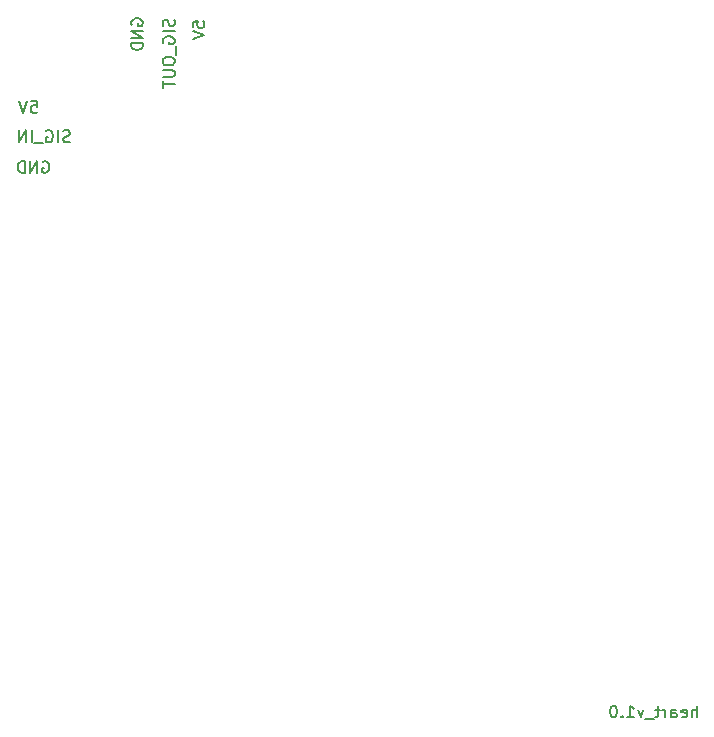
<source format=gbo>
%TF.GenerationSoftware,KiCad,Pcbnew,6.0.4-6f826c9f35~116~ubuntu20.04.1*%
%TF.CreationDate,2022-04-29T19:57:12-06:00*%
%TF.ProjectId,heart,68656172-742e-46b6-9963-61645f706362,rev?*%
%TF.SameCoordinates,Original*%
%TF.FileFunction,Legend,Bot*%
%TF.FilePolarity,Positive*%
%FSLAX46Y46*%
G04 Gerber Fmt 4.6, Leading zero omitted, Abs format (unit mm)*
G04 Created by KiCad (PCBNEW 6.0.4-6f826c9f35~116~ubuntu20.04.1) date 2022-04-29 19:57:12*
%MOMM*%
%LPD*%
G01*
G04 APERTURE LIST*
%ADD10C,0.150000*%
%ADD11R,1.700000X1.700000*%
%ADD12O,1.700000X1.700000*%
G04 APERTURE END LIST*
D10*
X54579761Y-88066666D02*
X54627380Y-88209523D01*
X54627380Y-88447619D01*
X54579761Y-88542857D01*
X54532142Y-88590476D01*
X54436904Y-88638095D01*
X54341666Y-88638095D01*
X54246428Y-88590476D01*
X54198809Y-88542857D01*
X54151190Y-88447619D01*
X54103571Y-88257142D01*
X54055952Y-88161904D01*
X54008333Y-88114285D01*
X53913095Y-88066666D01*
X53817857Y-88066666D01*
X53722619Y-88114285D01*
X53675000Y-88161904D01*
X53627380Y-88257142D01*
X53627380Y-88495238D01*
X53675000Y-88638095D01*
X54627380Y-89066666D02*
X53627380Y-89066666D01*
X53675000Y-90066666D02*
X53627380Y-89971428D01*
X53627380Y-89828571D01*
X53675000Y-89685714D01*
X53770238Y-89590476D01*
X53865476Y-89542857D01*
X54055952Y-89495238D01*
X54198809Y-89495238D01*
X54389285Y-89542857D01*
X54484523Y-89590476D01*
X54579761Y-89685714D01*
X54627380Y-89828571D01*
X54627380Y-89923809D01*
X54579761Y-90066666D01*
X54532142Y-90114285D01*
X54198809Y-90114285D01*
X54198809Y-89923809D01*
X54722619Y-90304761D02*
X54722619Y-91066666D01*
X53627380Y-91495238D02*
X53627380Y-91685714D01*
X53675000Y-91780952D01*
X53770238Y-91876190D01*
X53960714Y-91923809D01*
X54294047Y-91923809D01*
X54484523Y-91876190D01*
X54579761Y-91780952D01*
X54627380Y-91685714D01*
X54627380Y-91495238D01*
X54579761Y-91400000D01*
X54484523Y-91304761D01*
X54294047Y-91257142D01*
X53960714Y-91257142D01*
X53770238Y-91304761D01*
X53675000Y-91400000D01*
X53627380Y-91495238D01*
X53627380Y-92352380D02*
X54436904Y-92352380D01*
X54532142Y-92400000D01*
X54579761Y-92447619D01*
X54627380Y-92542857D01*
X54627380Y-92733333D01*
X54579761Y-92828571D01*
X54532142Y-92876190D01*
X54436904Y-92923809D01*
X53627380Y-92923809D01*
X53627380Y-93257142D02*
X53627380Y-93828571D01*
X54627380Y-93542857D02*
X53627380Y-93542857D01*
X45766666Y-98404761D02*
X45623809Y-98452380D01*
X45385714Y-98452380D01*
X45290476Y-98404761D01*
X45242857Y-98357142D01*
X45195238Y-98261904D01*
X45195238Y-98166666D01*
X45242857Y-98071428D01*
X45290476Y-98023809D01*
X45385714Y-97976190D01*
X45576190Y-97928571D01*
X45671428Y-97880952D01*
X45719047Y-97833333D01*
X45766666Y-97738095D01*
X45766666Y-97642857D01*
X45719047Y-97547619D01*
X45671428Y-97500000D01*
X45576190Y-97452380D01*
X45338095Y-97452380D01*
X45195238Y-97500000D01*
X44766666Y-98452380D02*
X44766666Y-97452380D01*
X43766666Y-97500000D02*
X43861904Y-97452380D01*
X44004761Y-97452380D01*
X44147619Y-97500000D01*
X44242857Y-97595238D01*
X44290476Y-97690476D01*
X44338095Y-97880952D01*
X44338095Y-98023809D01*
X44290476Y-98214285D01*
X44242857Y-98309523D01*
X44147619Y-98404761D01*
X44004761Y-98452380D01*
X43909523Y-98452380D01*
X43766666Y-98404761D01*
X43719047Y-98357142D01*
X43719047Y-98023809D01*
X43909523Y-98023809D01*
X43528571Y-98547619D02*
X42766666Y-98547619D01*
X42528571Y-98452380D02*
X42528571Y-97452380D01*
X42052380Y-98452380D02*
X42052380Y-97452380D01*
X41480952Y-98452380D01*
X41480952Y-97452380D01*
X43461904Y-100100000D02*
X43557142Y-100052380D01*
X43700000Y-100052380D01*
X43842857Y-100100000D01*
X43938095Y-100195238D01*
X43985714Y-100290476D01*
X44033333Y-100480952D01*
X44033333Y-100623809D01*
X43985714Y-100814285D01*
X43938095Y-100909523D01*
X43842857Y-101004761D01*
X43700000Y-101052380D01*
X43604761Y-101052380D01*
X43461904Y-101004761D01*
X43414285Y-100957142D01*
X43414285Y-100623809D01*
X43604761Y-100623809D01*
X42985714Y-101052380D02*
X42985714Y-100052380D01*
X42414285Y-101052380D01*
X42414285Y-100052380D01*
X41938095Y-101052380D02*
X41938095Y-100052380D01*
X41700000Y-100052380D01*
X41557142Y-100100000D01*
X41461904Y-100195238D01*
X41414285Y-100290476D01*
X41366666Y-100480952D01*
X41366666Y-100623809D01*
X41414285Y-100814285D01*
X41461904Y-100909523D01*
X41557142Y-101004761D01*
X41700000Y-101052380D01*
X41938095Y-101052380D01*
X42490476Y-94952380D02*
X42966666Y-94952380D01*
X43014285Y-95428571D01*
X42966666Y-95380952D01*
X42871428Y-95333333D01*
X42633333Y-95333333D01*
X42538095Y-95380952D01*
X42490476Y-95428571D01*
X42442857Y-95523809D01*
X42442857Y-95761904D01*
X42490476Y-95857142D01*
X42538095Y-95904761D01*
X42633333Y-95952380D01*
X42871428Y-95952380D01*
X42966666Y-95904761D01*
X43014285Y-95857142D01*
X42157142Y-94952380D02*
X41823809Y-95952380D01*
X41490476Y-94952380D01*
X56152380Y-88709523D02*
X56152380Y-88233333D01*
X56628571Y-88185714D01*
X56580952Y-88233333D01*
X56533333Y-88328571D01*
X56533333Y-88566666D01*
X56580952Y-88661904D01*
X56628571Y-88709523D01*
X56723809Y-88757142D01*
X56961904Y-88757142D01*
X57057142Y-88709523D01*
X57104761Y-88661904D01*
X57152380Y-88566666D01*
X57152380Y-88328571D01*
X57104761Y-88233333D01*
X57057142Y-88185714D01*
X56152380Y-89042857D02*
X57152380Y-89376190D01*
X56152380Y-89709523D01*
X51000000Y-88538095D02*
X50952380Y-88442857D01*
X50952380Y-88300000D01*
X51000000Y-88157142D01*
X51095238Y-88061904D01*
X51190476Y-88014285D01*
X51380952Y-87966666D01*
X51523809Y-87966666D01*
X51714285Y-88014285D01*
X51809523Y-88061904D01*
X51904761Y-88157142D01*
X51952380Y-88300000D01*
X51952380Y-88395238D01*
X51904761Y-88538095D01*
X51857142Y-88585714D01*
X51523809Y-88585714D01*
X51523809Y-88395238D01*
X51952380Y-89014285D02*
X50952380Y-89014285D01*
X51952380Y-89585714D01*
X50952380Y-89585714D01*
X51952380Y-90061904D02*
X50952380Y-90061904D01*
X50952380Y-90300000D01*
X51000000Y-90442857D01*
X51095238Y-90538095D01*
X51190476Y-90585714D01*
X51380952Y-90633333D01*
X51523809Y-90633333D01*
X51714285Y-90585714D01*
X51809523Y-90538095D01*
X51904761Y-90442857D01*
X51952380Y-90300000D01*
X51952380Y-90061904D01*
X98842857Y-147152380D02*
X98842857Y-146152380D01*
X98414285Y-147152380D02*
X98414285Y-146628571D01*
X98461904Y-146533333D01*
X98557142Y-146485714D01*
X98700000Y-146485714D01*
X98795238Y-146533333D01*
X98842857Y-146580952D01*
X97557142Y-147104761D02*
X97652380Y-147152380D01*
X97842857Y-147152380D01*
X97938095Y-147104761D01*
X97985714Y-147009523D01*
X97985714Y-146628571D01*
X97938095Y-146533333D01*
X97842857Y-146485714D01*
X97652380Y-146485714D01*
X97557142Y-146533333D01*
X97509523Y-146628571D01*
X97509523Y-146723809D01*
X97985714Y-146819047D01*
X96652380Y-147152380D02*
X96652380Y-146628571D01*
X96700000Y-146533333D01*
X96795238Y-146485714D01*
X96985714Y-146485714D01*
X97080952Y-146533333D01*
X96652380Y-147104761D02*
X96747619Y-147152380D01*
X96985714Y-147152380D01*
X97080952Y-147104761D01*
X97128571Y-147009523D01*
X97128571Y-146914285D01*
X97080952Y-146819047D01*
X96985714Y-146771428D01*
X96747619Y-146771428D01*
X96652380Y-146723809D01*
X96176190Y-147152380D02*
X96176190Y-146485714D01*
X96176190Y-146676190D02*
X96128571Y-146580952D01*
X96080952Y-146533333D01*
X95985714Y-146485714D01*
X95890476Y-146485714D01*
X95700000Y-146485714D02*
X95319047Y-146485714D01*
X95557142Y-146152380D02*
X95557142Y-147009523D01*
X95509523Y-147104761D01*
X95414285Y-147152380D01*
X95319047Y-147152380D01*
X95223809Y-147247619D02*
X94461904Y-147247619D01*
X94319047Y-146485714D02*
X94080952Y-147152380D01*
X93842857Y-146485714D01*
X92938095Y-147152380D02*
X93509523Y-147152380D01*
X93223809Y-147152380D02*
X93223809Y-146152380D01*
X93319047Y-146295238D01*
X93414285Y-146390476D01*
X93509523Y-146438095D01*
X92509523Y-147057142D02*
X92461904Y-147104761D01*
X92509523Y-147152380D01*
X92557142Y-147104761D01*
X92509523Y-147057142D01*
X92509523Y-147152380D01*
X91842857Y-146152380D02*
X91747619Y-146152380D01*
X91652380Y-146200000D01*
X91604761Y-146247619D01*
X91557142Y-146342857D01*
X91509523Y-146533333D01*
X91509523Y-146771428D01*
X91557142Y-146961904D01*
X91604761Y-147057142D01*
X91652380Y-147104761D01*
X91747619Y-147152380D01*
X91842857Y-147152380D01*
X91938095Y-147104761D01*
X91985714Y-147057142D01*
X92033333Y-146961904D01*
X92080952Y-146771428D01*
X92080952Y-146533333D01*
X92033333Y-146342857D01*
X91985714Y-146247619D01*
X91938095Y-146200000D01*
X91842857Y-146152380D01*
%LPC*%
D11*
%TO.C,J2*%
X51575000Y-86300000D03*
D12*
X54115000Y-86300000D03*
X56655000Y-86300000D03*
%TD*%
D11*
%TO.C,J1*%
X39400000Y-100515000D03*
D12*
X39400000Y-97975000D03*
X39400000Y-95435000D03*
%TD*%
M02*

</source>
